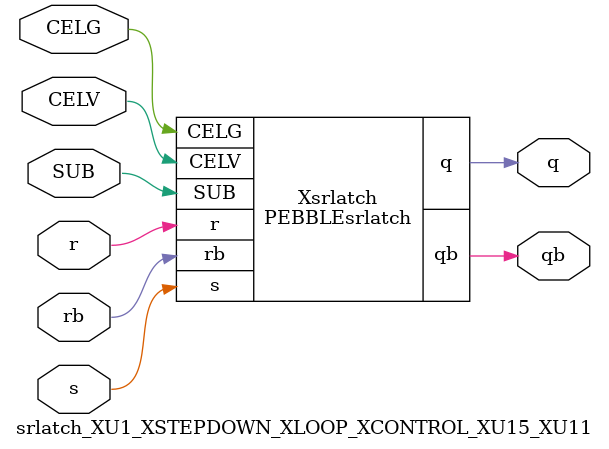
<source format=v>



module PEBBLEsrlatch ( q, qb, CELG, CELV, SUB, r, rb, s );

  input CELV;
  input s;
  output q;
  input rb;
  input r;
  input SUB;
  input CELG;
  output qb;
endmodule

//Celera Confidential Do Not Copy srlatch_XU1_XSTEPDOWN_XLOOP_XCONTROL_XU15_XU11
//Celera Confidential Symbol Generator
//SR Latch
module srlatch_XU1_XSTEPDOWN_XLOOP_XCONTROL_XU15_XU11 (CELV,CELG,s,r,rb,q,qb,SUB);
input CELV;
input CELG;
input s;
input r;
input rb;
input SUB;
output q;
output qb;

//Celera Confidential Do Not Copy srlatch
PEBBLEsrlatch Xsrlatch(
.CELV (CELV),
.r (r),
.s (s),
.q (q),
.qb (qb),
.rb (rb),
.SUB (SUB),
.CELG (CELG)
);
//,diesize,PEBBLEsrlatch

//Celera Confidential Do Not Copy Module End
//Celera Schematic Generator
endmodule

</source>
